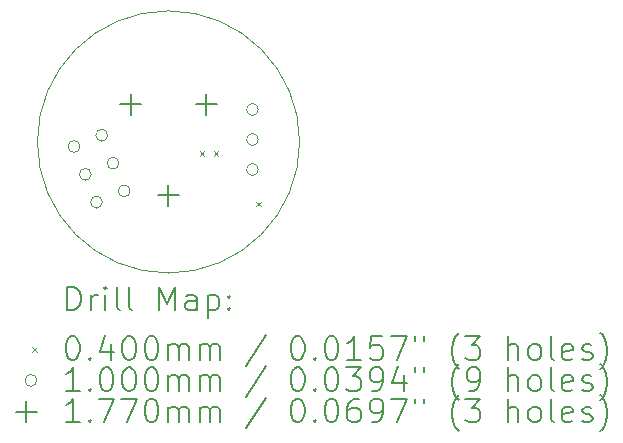
<source format=gbr>
%TF.GenerationSoftware,KiCad,Pcbnew,(6.0.8-1)-1*%
%TF.CreationDate,2024-01-05T14:00:35-06:00*%
%TF.ProjectId,Vishay 357 Pot Amplifier,56697368-6179-4203-9335-3720506f7420,rev?*%
%TF.SameCoordinates,Original*%
%TF.FileFunction,Drillmap*%
%TF.FilePolarity,Positive*%
%FSLAX45Y45*%
G04 Gerber Fmt 4.5, Leading zero omitted, Abs format (unit mm)*
G04 Created by KiCad (PCBNEW (6.0.8-1)-1) date 2024-01-05 14:00:35*
%MOMM*%
%LPD*%
G01*
G04 APERTURE LIST*
%ADD10C,0.100000*%
%ADD11C,0.200000*%
%ADD12C,0.040000*%
%ADD13C,0.177000*%
G04 APERTURE END LIST*
D10*
X15407660Y-10314940D02*
G75*
G03*
X15407660Y-10314940I-1110000J0D01*
G01*
D11*
D12*
X14562450Y-10390000D02*
X14602450Y-10430000D01*
X14602450Y-10390000D02*
X14562450Y-10430000D01*
X14680000Y-10390000D02*
X14720000Y-10430000D01*
X14720000Y-10390000D02*
X14680000Y-10430000D01*
X15040000Y-10820000D02*
X15080000Y-10860000D01*
X15080000Y-10820000D02*
X15040000Y-10860000D01*
D10*
X13547196Y-10353649D02*
G75*
G03*
X13547196Y-10353649I-50000J0D01*
G01*
X13642346Y-10589153D02*
G75*
G03*
X13642346Y-10589153I-50000J0D01*
G01*
X13737496Y-10824658D02*
G75*
G03*
X13737496Y-10824658I-50000J0D01*
G01*
X13782701Y-10258498D02*
G75*
G03*
X13782701Y-10258498I-50000J0D01*
G01*
X13877851Y-10494003D02*
G75*
G03*
X13877851Y-10494003I-50000J0D01*
G01*
X13973001Y-10729508D02*
G75*
G03*
X13973001Y-10729508I-50000J0D01*
G01*
X15058860Y-10040620D02*
G75*
G03*
X15058860Y-10040620I-50000J0D01*
G01*
X15058860Y-10294620D02*
G75*
G03*
X15058860Y-10294620I-50000J0D01*
G01*
X15058860Y-10548620D02*
G75*
G03*
X15058860Y-10548620I-50000J0D01*
G01*
D13*
X13979460Y-9908240D02*
X13979460Y-10085240D01*
X13890960Y-9996740D02*
X14067960Y-9996740D01*
X14297660Y-10676440D02*
X14297660Y-10853440D01*
X14209160Y-10764940D02*
X14386160Y-10764940D01*
X14615860Y-9908240D02*
X14615860Y-10085240D01*
X14527360Y-9996740D02*
X14704360Y-9996740D01*
D11*
X13440279Y-11740416D02*
X13440279Y-11540416D01*
X13487898Y-11540416D01*
X13516469Y-11549940D01*
X13535517Y-11568988D01*
X13545041Y-11588035D01*
X13554565Y-11626130D01*
X13554565Y-11654702D01*
X13545041Y-11692797D01*
X13535517Y-11711845D01*
X13516469Y-11730892D01*
X13487898Y-11740416D01*
X13440279Y-11740416D01*
X13640279Y-11740416D02*
X13640279Y-11607083D01*
X13640279Y-11645178D02*
X13649803Y-11626130D01*
X13659327Y-11616607D01*
X13678374Y-11607083D01*
X13697422Y-11607083D01*
X13764088Y-11740416D02*
X13764088Y-11607083D01*
X13764088Y-11540416D02*
X13754565Y-11549940D01*
X13764088Y-11559464D01*
X13773612Y-11549940D01*
X13764088Y-11540416D01*
X13764088Y-11559464D01*
X13887898Y-11740416D02*
X13868850Y-11730892D01*
X13859327Y-11711845D01*
X13859327Y-11540416D01*
X13992660Y-11740416D02*
X13973612Y-11730892D01*
X13964088Y-11711845D01*
X13964088Y-11540416D01*
X14221231Y-11740416D02*
X14221231Y-11540416D01*
X14287898Y-11683273D01*
X14354565Y-11540416D01*
X14354565Y-11740416D01*
X14535517Y-11740416D02*
X14535517Y-11635654D01*
X14525993Y-11616607D01*
X14506946Y-11607083D01*
X14468850Y-11607083D01*
X14449803Y-11616607D01*
X14535517Y-11730892D02*
X14516469Y-11740416D01*
X14468850Y-11740416D01*
X14449803Y-11730892D01*
X14440279Y-11711845D01*
X14440279Y-11692797D01*
X14449803Y-11673749D01*
X14468850Y-11664226D01*
X14516469Y-11664226D01*
X14535517Y-11654702D01*
X14630755Y-11607083D02*
X14630755Y-11807083D01*
X14630755Y-11616607D02*
X14649803Y-11607083D01*
X14687898Y-11607083D01*
X14706946Y-11616607D01*
X14716469Y-11626130D01*
X14725993Y-11645178D01*
X14725993Y-11702321D01*
X14716469Y-11721368D01*
X14706946Y-11730892D01*
X14687898Y-11740416D01*
X14649803Y-11740416D01*
X14630755Y-11730892D01*
X14811708Y-11721368D02*
X14821231Y-11730892D01*
X14811708Y-11740416D01*
X14802184Y-11730892D01*
X14811708Y-11721368D01*
X14811708Y-11740416D01*
X14811708Y-11616607D02*
X14821231Y-11626130D01*
X14811708Y-11635654D01*
X14802184Y-11626130D01*
X14811708Y-11616607D01*
X14811708Y-11635654D01*
D12*
X13142660Y-12049940D02*
X13182660Y-12089940D01*
X13182660Y-12049940D02*
X13142660Y-12089940D01*
D11*
X13478374Y-11960416D02*
X13497422Y-11960416D01*
X13516469Y-11969940D01*
X13525993Y-11979464D01*
X13535517Y-11998511D01*
X13545041Y-12036607D01*
X13545041Y-12084226D01*
X13535517Y-12122321D01*
X13525993Y-12141368D01*
X13516469Y-12150892D01*
X13497422Y-12160416D01*
X13478374Y-12160416D01*
X13459327Y-12150892D01*
X13449803Y-12141368D01*
X13440279Y-12122321D01*
X13430755Y-12084226D01*
X13430755Y-12036607D01*
X13440279Y-11998511D01*
X13449803Y-11979464D01*
X13459327Y-11969940D01*
X13478374Y-11960416D01*
X13630755Y-12141368D02*
X13640279Y-12150892D01*
X13630755Y-12160416D01*
X13621231Y-12150892D01*
X13630755Y-12141368D01*
X13630755Y-12160416D01*
X13811708Y-12027083D02*
X13811708Y-12160416D01*
X13764088Y-11950892D02*
X13716469Y-12093749D01*
X13840279Y-12093749D01*
X13954565Y-11960416D02*
X13973612Y-11960416D01*
X13992660Y-11969940D01*
X14002184Y-11979464D01*
X14011708Y-11998511D01*
X14021231Y-12036607D01*
X14021231Y-12084226D01*
X14011708Y-12122321D01*
X14002184Y-12141368D01*
X13992660Y-12150892D01*
X13973612Y-12160416D01*
X13954565Y-12160416D01*
X13935517Y-12150892D01*
X13925993Y-12141368D01*
X13916469Y-12122321D01*
X13906946Y-12084226D01*
X13906946Y-12036607D01*
X13916469Y-11998511D01*
X13925993Y-11979464D01*
X13935517Y-11969940D01*
X13954565Y-11960416D01*
X14145041Y-11960416D02*
X14164088Y-11960416D01*
X14183136Y-11969940D01*
X14192660Y-11979464D01*
X14202184Y-11998511D01*
X14211708Y-12036607D01*
X14211708Y-12084226D01*
X14202184Y-12122321D01*
X14192660Y-12141368D01*
X14183136Y-12150892D01*
X14164088Y-12160416D01*
X14145041Y-12160416D01*
X14125993Y-12150892D01*
X14116469Y-12141368D01*
X14106946Y-12122321D01*
X14097422Y-12084226D01*
X14097422Y-12036607D01*
X14106946Y-11998511D01*
X14116469Y-11979464D01*
X14125993Y-11969940D01*
X14145041Y-11960416D01*
X14297422Y-12160416D02*
X14297422Y-12027083D01*
X14297422Y-12046130D02*
X14306946Y-12036607D01*
X14325993Y-12027083D01*
X14354565Y-12027083D01*
X14373612Y-12036607D01*
X14383136Y-12055654D01*
X14383136Y-12160416D01*
X14383136Y-12055654D02*
X14392660Y-12036607D01*
X14411708Y-12027083D01*
X14440279Y-12027083D01*
X14459327Y-12036607D01*
X14468850Y-12055654D01*
X14468850Y-12160416D01*
X14564088Y-12160416D02*
X14564088Y-12027083D01*
X14564088Y-12046130D02*
X14573612Y-12036607D01*
X14592660Y-12027083D01*
X14621231Y-12027083D01*
X14640279Y-12036607D01*
X14649803Y-12055654D01*
X14649803Y-12160416D01*
X14649803Y-12055654D02*
X14659327Y-12036607D01*
X14678374Y-12027083D01*
X14706946Y-12027083D01*
X14725993Y-12036607D01*
X14735517Y-12055654D01*
X14735517Y-12160416D01*
X15125993Y-11950892D02*
X14954565Y-12208035D01*
X15383136Y-11960416D02*
X15402184Y-11960416D01*
X15421231Y-11969940D01*
X15430755Y-11979464D01*
X15440279Y-11998511D01*
X15449803Y-12036607D01*
X15449803Y-12084226D01*
X15440279Y-12122321D01*
X15430755Y-12141368D01*
X15421231Y-12150892D01*
X15402184Y-12160416D01*
X15383136Y-12160416D01*
X15364088Y-12150892D01*
X15354565Y-12141368D01*
X15345041Y-12122321D01*
X15335517Y-12084226D01*
X15335517Y-12036607D01*
X15345041Y-11998511D01*
X15354565Y-11979464D01*
X15364088Y-11969940D01*
X15383136Y-11960416D01*
X15535517Y-12141368D02*
X15545041Y-12150892D01*
X15535517Y-12160416D01*
X15525993Y-12150892D01*
X15535517Y-12141368D01*
X15535517Y-12160416D01*
X15668850Y-11960416D02*
X15687898Y-11960416D01*
X15706946Y-11969940D01*
X15716469Y-11979464D01*
X15725993Y-11998511D01*
X15735517Y-12036607D01*
X15735517Y-12084226D01*
X15725993Y-12122321D01*
X15716469Y-12141368D01*
X15706946Y-12150892D01*
X15687898Y-12160416D01*
X15668850Y-12160416D01*
X15649803Y-12150892D01*
X15640279Y-12141368D01*
X15630755Y-12122321D01*
X15621231Y-12084226D01*
X15621231Y-12036607D01*
X15630755Y-11998511D01*
X15640279Y-11979464D01*
X15649803Y-11969940D01*
X15668850Y-11960416D01*
X15925993Y-12160416D02*
X15811708Y-12160416D01*
X15868850Y-12160416D02*
X15868850Y-11960416D01*
X15849803Y-11988988D01*
X15830755Y-12008035D01*
X15811708Y-12017559D01*
X16106946Y-11960416D02*
X16011708Y-11960416D01*
X16002184Y-12055654D01*
X16011708Y-12046130D01*
X16030755Y-12036607D01*
X16078374Y-12036607D01*
X16097422Y-12046130D01*
X16106946Y-12055654D01*
X16116469Y-12074702D01*
X16116469Y-12122321D01*
X16106946Y-12141368D01*
X16097422Y-12150892D01*
X16078374Y-12160416D01*
X16030755Y-12160416D01*
X16011708Y-12150892D01*
X16002184Y-12141368D01*
X16183136Y-11960416D02*
X16316469Y-11960416D01*
X16230755Y-12160416D01*
X16383136Y-11960416D02*
X16383136Y-11998511D01*
X16459327Y-11960416D02*
X16459327Y-11998511D01*
X16754565Y-12236607D02*
X16745041Y-12227083D01*
X16725993Y-12198511D01*
X16716469Y-12179464D01*
X16706946Y-12150892D01*
X16697422Y-12103273D01*
X16697422Y-12065178D01*
X16706946Y-12017559D01*
X16716469Y-11988988D01*
X16725993Y-11969940D01*
X16745041Y-11941368D01*
X16754565Y-11931845D01*
X16811708Y-11960416D02*
X16935517Y-11960416D01*
X16868850Y-12036607D01*
X16897422Y-12036607D01*
X16916470Y-12046130D01*
X16925993Y-12055654D01*
X16935517Y-12074702D01*
X16935517Y-12122321D01*
X16925993Y-12141368D01*
X16916470Y-12150892D01*
X16897422Y-12160416D01*
X16840279Y-12160416D01*
X16821231Y-12150892D01*
X16811708Y-12141368D01*
X17173612Y-12160416D02*
X17173612Y-11960416D01*
X17259327Y-12160416D02*
X17259327Y-12055654D01*
X17249803Y-12036607D01*
X17230755Y-12027083D01*
X17202184Y-12027083D01*
X17183136Y-12036607D01*
X17173612Y-12046130D01*
X17383136Y-12160416D02*
X17364089Y-12150892D01*
X17354565Y-12141368D01*
X17345041Y-12122321D01*
X17345041Y-12065178D01*
X17354565Y-12046130D01*
X17364089Y-12036607D01*
X17383136Y-12027083D01*
X17411708Y-12027083D01*
X17430755Y-12036607D01*
X17440279Y-12046130D01*
X17449803Y-12065178D01*
X17449803Y-12122321D01*
X17440279Y-12141368D01*
X17430755Y-12150892D01*
X17411708Y-12160416D01*
X17383136Y-12160416D01*
X17564089Y-12160416D02*
X17545041Y-12150892D01*
X17535517Y-12131845D01*
X17535517Y-11960416D01*
X17716470Y-12150892D02*
X17697422Y-12160416D01*
X17659327Y-12160416D01*
X17640279Y-12150892D01*
X17630755Y-12131845D01*
X17630755Y-12055654D01*
X17640279Y-12036607D01*
X17659327Y-12027083D01*
X17697422Y-12027083D01*
X17716470Y-12036607D01*
X17725993Y-12055654D01*
X17725993Y-12074702D01*
X17630755Y-12093749D01*
X17802184Y-12150892D02*
X17821231Y-12160416D01*
X17859327Y-12160416D01*
X17878374Y-12150892D01*
X17887898Y-12131845D01*
X17887898Y-12122321D01*
X17878374Y-12103273D01*
X17859327Y-12093749D01*
X17830755Y-12093749D01*
X17811708Y-12084226D01*
X17802184Y-12065178D01*
X17802184Y-12055654D01*
X17811708Y-12036607D01*
X17830755Y-12027083D01*
X17859327Y-12027083D01*
X17878374Y-12036607D01*
X17954565Y-12236607D02*
X17964089Y-12227083D01*
X17983136Y-12198511D01*
X17992660Y-12179464D01*
X18002184Y-12150892D01*
X18011708Y-12103273D01*
X18011708Y-12065178D01*
X18002184Y-12017559D01*
X17992660Y-11988988D01*
X17983136Y-11969940D01*
X17964089Y-11941368D01*
X17954565Y-11931845D01*
D10*
X13182660Y-12333940D02*
G75*
G03*
X13182660Y-12333940I-50000J0D01*
G01*
D11*
X13545041Y-12424416D02*
X13430755Y-12424416D01*
X13487898Y-12424416D02*
X13487898Y-12224416D01*
X13468850Y-12252988D01*
X13449803Y-12272035D01*
X13430755Y-12281559D01*
X13630755Y-12405368D02*
X13640279Y-12414892D01*
X13630755Y-12424416D01*
X13621231Y-12414892D01*
X13630755Y-12405368D01*
X13630755Y-12424416D01*
X13764088Y-12224416D02*
X13783136Y-12224416D01*
X13802184Y-12233940D01*
X13811708Y-12243464D01*
X13821231Y-12262511D01*
X13830755Y-12300607D01*
X13830755Y-12348226D01*
X13821231Y-12386321D01*
X13811708Y-12405368D01*
X13802184Y-12414892D01*
X13783136Y-12424416D01*
X13764088Y-12424416D01*
X13745041Y-12414892D01*
X13735517Y-12405368D01*
X13725993Y-12386321D01*
X13716469Y-12348226D01*
X13716469Y-12300607D01*
X13725993Y-12262511D01*
X13735517Y-12243464D01*
X13745041Y-12233940D01*
X13764088Y-12224416D01*
X13954565Y-12224416D02*
X13973612Y-12224416D01*
X13992660Y-12233940D01*
X14002184Y-12243464D01*
X14011708Y-12262511D01*
X14021231Y-12300607D01*
X14021231Y-12348226D01*
X14011708Y-12386321D01*
X14002184Y-12405368D01*
X13992660Y-12414892D01*
X13973612Y-12424416D01*
X13954565Y-12424416D01*
X13935517Y-12414892D01*
X13925993Y-12405368D01*
X13916469Y-12386321D01*
X13906946Y-12348226D01*
X13906946Y-12300607D01*
X13916469Y-12262511D01*
X13925993Y-12243464D01*
X13935517Y-12233940D01*
X13954565Y-12224416D01*
X14145041Y-12224416D02*
X14164088Y-12224416D01*
X14183136Y-12233940D01*
X14192660Y-12243464D01*
X14202184Y-12262511D01*
X14211708Y-12300607D01*
X14211708Y-12348226D01*
X14202184Y-12386321D01*
X14192660Y-12405368D01*
X14183136Y-12414892D01*
X14164088Y-12424416D01*
X14145041Y-12424416D01*
X14125993Y-12414892D01*
X14116469Y-12405368D01*
X14106946Y-12386321D01*
X14097422Y-12348226D01*
X14097422Y-12300607D01*
X14106946Y-12262511D01*
X14116469Y-12243464D01*
X14125993Y-12233940D01*
X14145041Y-12224416D01*
X14297422Y-12424416D02*
X14297422Y-12291083D01*
X14297422Y-12310130D02*
X14306946Y-12300607D01*
X14325993Y-12291083D01*
X14354565Y-12291083D01*
X14373612Y-12300607D01*
X14383136Y-12319654D01*
X14383136Y-12424416D01*
X14383136Y-12319654D02*
X14392660Y-12300607D01*
X14411708Y-12291083D01*
X14440279Y-12291083D01*
X14459327Y-12300607D01*
X14468850Y-12319654D01*
X14468850Y-12424416D01*
X14564088Y-12424416D02*
X14564088Y-12291083D01*
X14564088Y-12310130D02*
X14573612Y-12300607D01*
X14592660Y-12291083D01*
X14621231Y-12291083D01*
X14640279Y-12300607D01*
X14649803Y-12319654D01*
X14649803Y-12424416D01*
X14649803Y-12319654D02*
X14659327Y-12300607D01*
X14678374Y-12291083D01*
X14706946Y-12291083D01*
X14725993Y-12300607D01*
X14735517Y-12319654D01*
X14735517Y-12424416D01*
X15125993Y-12214892D02*
X14954565Y-12472035D01*
X15383136Y-12224416D02*
X15402184Y-12224416D01*
X15421231Y-12233940D01*
X15430755Y-12243464D01*
X15440279Y-12262511D01*
X15449803Y-12300607D01*
X15449803Y-12348226D01*
X15440279Y-12386321D01*
X15430755Y-12405368D01*
X15421231Y-12414892D01*
X15402184Y-12424416D01*
X15383136Y-12424416D01*
X15364088Y-12414892D01*
X15354565Y-12405368D01*
X15345041Y-12386321D01*
X15335517Y-12348226D01*
X15335517Y-12300607D01*
X15345041Y-12262511D01*
X15354565Y-12243464D01*
X15364088Y-12233940D01*
X15383136Y-12224416D01*
X15535517Y-12405368D02*
X15545041Y-12414892D01*
X15535517Y-12424416D01*
X15525993Y-12414892D01*
X15535517Y-12405368D01*
X15535517Y-12424416D01*
X15668850Y-12224416D02*
X15687898Y-12224416D01*
X15706946Y-12233940D01*
X15716469Y-12243464D01*
X15725993Y-12262511D01*
X15735517Y-12300607D01*
X15735517Y-12348226D01*
X15725993Y-12386321D01*
X15716469Y-12405368D01*
X15706946Y-12414892D01*
X15687898Y-12424416D01*
X15668850Y-12424416D01*
X15649803Y-12414892D01*
X15640279Y-12405368D01*
X15630755Y-12386321D01*
X15621231Y-12348226D01*
X15621231Y-12300607D01*
X15630755Y-12262511D01*
X15640279Y-12243464D01*
X15649803Y-12233940D01*
X15668850Y-12224416D01*
X15802184Y-12224416D02*
X15925993Y-12224416D01*
X15859327Y-12300607D01*
X15887898Y-12300607D01*
X15906946Y-12310130D01*
X15916469Y-12319654D01*
X15925993Y-12338702D01*
X15925993Y-12386321D01*
X15916469Y-12405368D01*
X15906946Y-12414892D01*
X15887898Y-12424416D01*
X15830755Y-12424416D01*
X15811708Y-12414892D01*
X15802184Y-12405368D01*
X16021231Y-12424416D02*
X16059327Y-12424416D01*
X16078374Y-12414892D01*
X16087898Y-12405368D01*
X16106946Y-12376797D01*
X16116469Y-12338702D01*
X16116469Y-12262511D01*
X16106946Y-12243464D01*
X16097422Y-12233940D01*
X16078374Y-12224416D01*
X16040279Y-12224416D01*
X16021231Y-12233940D01*
X16011708Y-12243464D01*
X16002184Y-12262511D01*
X16002184Y-12310130D01*
X16011708Y-12329178D01*
X16021231Y-12338702D01*
X16040279Y-12348226D01*
X16078374Y-12348226D01*
X16097422Y-12338702D01*
X16106946Y-12329178D01*
X16116469Y-12310130D01*
X16287898Y-12291083D02*
X16287898Y-12424416D01*
X16240279Y-12214892D02*
X16192660Y-12357749D01*
X16316469Y-12357749D01*
X16383136Y-12224416D02*
X16383136Y-12262511D01*
X16459327Y-12224416D02*
X16459327Y-12262511D01*
X16754565Y-12500607D02*
X16745041Y-12491083D01*
X16725993Y-12462511D01*
X16716469Y-12443464D01*
X16706946Y-12414892D01*
X16697422Y-12367273D01*
X16697422Y-12329178D01*
X16706946Y-12281559D01*
X16716469Y-12252988D01*
X16725993Y-12233940D01*
X16745041Y-12205368D01*
X16754565Y-12195845D01*
X16840279Y-12424416D02*
X16878374Y-12424416D01*
X16897422Y-12414892D01*
X16906946Y-12405368D01*
X16925993Y-12376797D01*
X16935517Y-12338702D01*
X16935517Y-12262511D01*
X16925993Y-12243464D01*
X16916470Y-12233940D01*
X16897422Y-12224416D01*
X16859327Y-12224416D01*
X16840279Y-12233940D01*
X16830755Y-12243464D01*
X16821231Y-12262511D01*
X16821231Y-12310130D01*
X16830755Y-12329178D01*
X16840279Y-12338702D01*
X16859327Y-12348226D01*
X16897422Y-12348226D01*
X16916470Y-12338702D01*
X16925993Y-12329178D01*
X16935517Y-12310130D01*
X17173612Y-12424416D02*
X17173612Y-12224416D01*
X17259327Y-12424416D02*
X17259327Y-12319654D01*
X17249803Y-12300607D01*
X17230755Y-12291083D01*
X17202184Y-12291083D01*
X17183136Y-12300607D01*
X17173612Y-12310130D01*
X17383136Y-12424416D02*
X17364089Y-12414892D01*
X17354565Y-12405368D01*
X17345041Y-12386321D01*
X17345041Y-12329178D01*
X17354565Y-12310130D01*
X17364089Y-12300607D01*
X17383136Y-12291083D01*
X17411708Y-12291083D01*
X17430755Y-12300607D01*
X17440279Y-12310130D01*
X17449803Y-12329178D01*
X17449803Y-12386321D01*
X17440279Y-12405368D01*
X17430755Y-12414892D01*
X17411708Y-12424416D01*
X17383136Y-12424416D01*
X17564089Y-12424416D02*
X17545041Y-12414892D01*
X17535517Y-12395845D01*
X17535517Y-12224416D01*
X17716470Y-12414892D02*
X17697422Y-12424416D01*
X17659327Y-12424416D01*
X17640279Y-12414892D01*
X17630755Y-12395845D01*
X17630755Y-12319654D01*
X17640279Y-12300607D01*
X17659327Y-12291083D01*
X17697422Y-12291083D01*
X17716470Y-12300607D01*
X17725993Y-12319654D01*
X17725993Y-12338702D01*
X17630755Y-12357749D01*
X17802184Y-12414892D02*
X17821231Y-12424416D01*
X17859327Y-12424416D01*
X17878374Y-12414892D01*
X17887898Y-12395845D01*
X17887898Y-12386321D01*
X17878374Y-12367273D01*
X17859327Y-12357749D01*
X17830755Y-12357749D01*
X17811708Y-12348226D01*
X17802184Y-12329178D01*
X17802184Y-12319654D01*
X17811708Y-12300607D01*
X17830755Y-12291083D01*
X17859327Y-12291083D01*
X17878374Y-12300607D01*
X17954565Y-12500607D02*
X17964089Y-12491083D01*
X17983136Y-12462511D01*
X17992660Y-12443464D01*
X18002184Y-12414892D01*
X18011708Y-12367273D01*
X18011708Y-12329178D01*
X18002184Y-12281559D01*
X17992660Y-12252988D01*
X17983136Y-12233940D01*
X17964089Y-12205368D01*
X17954565Y-12195845D01*
D13*
X13094160Y-12509440D02*
X13094160Y-12686440D01*
X13005660Y-12597940D02*
X13182660Y-12597940D01*
D11*
X13545041Y-12688416D02*
X13430755Y-12688416D01*
X13487898Y-12688416D02*
X13487898Y-12488416D01*
X13468850Y-12516988D01*
X13449803Y-12536035D01*
X13430755Y-12545559D01*
X13630755Y-12669368D02*
X13640279Y-12678892D01*
X13630755Y-12688416D01*
X13621231Y-12678892D01*
X13630755Y-12669368D01*
X13630755Y-12688416D01*
X13706946Y-12488416D02*
X13840279Y-12488416D01*
X13754565Y-12688416D01*
X13897422Y-12488416D02*
X14030755Y-12488416D01*
X13945041Y-12688416D01*
X14145041Y-12488416D02*
X14164088Y-12488416D01*
X14183136Y-12497940D01*
X14192660Y-12507464D01*
X14202184Y-12526511D01*
X14211708Y-12564607D01*
X14211708Y-12612226D01*
X14202184Y-12650321D01*
X14192660Y-12669368D01*
X14183136Y-12678892D01*
X14164088Y-12688416D01*
X14145041Y-12688416D01*
X14125993Y-12678892D01*
X14116469Y-12669368D01*
X14106946Y-12650321D01*
X14097422Y-12612226D01*
X14097422Y-12564607D01*
X14106946Y-12526511D01*
X14116469Y-12507464D01*
X14125993Y-12497940D01*
X14145041Y-12488416D01*
X14297422Y-12688416D02*
X14297422Y-12555083D01*
X14297422Y-12574130D02*
X14306946Y-12564607D01*
X14325993Y-12555083D01*
X14354565Y-12555083D01*
X14373612Y-12564607D01*
X14383136Y-12583654D01*
X14383136Y-12688416D01*
X14383136Y-12583654D02*
X14392660Y-12564607D01*
X14411708Y-12555083D01*
X14440279Y-12555083D01*
X14459327Y-12564607D01*
X14468850Y-12583654D01*
X14468850Y-12688416D01*
X14564088Y-12688416D02*
X14564088Y-12555083D01*
X14564088Y-12574130D02*
X14573612Y-12564607D01*
X14592660Y-12555083D01*
X14621231Y-12555083D01*
X14640279Y-12564607D01*
X14649803Y-12583654D01*
X14649803Y-12688416D01*
X14649803Y-12583654D02*
X14659327Y-12564607D01*
X14678374Y-12555083D01*
X14706946Y-12555083D01*
X14725993Y-12564607D01*
X14735517Y-12583654D01*
X14735517Y-12688416D01*
X15125993Y-12478892D02*
X14954565Y-12736035D01*
X15383136Y-12488416D02*
X15402184Y-12488416D01*
X15421231Y-12497940D01*
X15430755Y-12507464D01*
X15440279Y-12526511D01*
X15449803Y-12564607D01*
X15449803Y-12612226D01*
X15440279Y-12650321D01*
X15430755Y-12669368D01*
X15421231Y-12678892D01*
X15402184Y-12688416D01*
X15383136Y-12688416D01*
X15364088Y-12678892D01*
X15354565Y-12669368D01*
X15345041Y-12650321D01*
X15335517Y-12612226D01*
X15335517Y-12564607D01*
X15345041Y-12526511D01*
X15354565Y-12507464D01*
X15364088Y-12497940D01*
X15383136Y-12488416D01*
X15535517Y-12669368D02*
X15545041Y-12678892D01*
X15535517Y-12688416D01*
X15525993Y-12678892D01*
X15535517Y-12669368D01*
X15535517Y-12688416D01*
X15668850Y-12488416D02*
X15687898Y-12488416D01*
X15706946Y-12497940D01*
X15716469Y-12507464D01*
X15725993Y-12526511D01*
X15735517Y-12564607D01*
X15735517Y-12612226D01*
X15725993Y-12650321D01*
X15716469Y-12669368D01*
X15706946Y-12678892D01*
X15687898Y-12688416D01*
X15668850Y-12688416D01*
X15649803Y-12678892D01*
X15640279Y-12669368D01*
X15630755Y-12650321D01*
X15621231Y-12612226D01*
X15621231Y-12564607D01*
X15630755Y-12526511D01*
X15640279Y-12507464D01*
X15649803Y-12497940D01*
X15668850Y-12488416D01*
X15906946Y-12488416D02*
X15868850Y-12488416D01*
X15849803Y-12497940D01*
X15840279Y-12507464D01*
X15821231Y-12536035D01*
X15811708Y-12574130D01*
X15811708Y-12650321D01*
X15821231Y-12669368D01*
X15830755Y-12678892D01*
X15849803Y-12688416D01*
X15887898Y-12688416D01*
X15906946Y-12678892D01*
X15916469Y-12669368D01*
X15925993Y-12650321D01*
X15925993Y-12602702D01*
X15916469Y-12583654D01*
X15906946Y-12574130D01*
X15887898Y-12564607D01*
X15849803Y-12564607D01*
X15830755Y-12574130D01*
X15821231Y-12583654D01*
X15811708Y-12602702D01*
X16021231Y-12688416D02*
X16059327Y-12688416D01*
X16078374Y-12678892D01*
X16087898Y-12669368D01*
X16106946Y-12640797D01*
X16116469Y-12602702D01*
X16116469Y-12526511D01*
X16106946Y-12507464D01*
X16097422Y-12497940D01*
X16078374Y-12488416D01*
X16040279Y-12488416D01*
X16021231Y-12497940D01*
X16011708Y-12507464D01*
X16002184Y-12526511D01*
X16002184Y-12574130D01*
X16011708Y-12593178D01*
X16021231Y-12602702D01*
X16040279Y-12612226D01*
X16078374Y-12612226D01*
X16097422Y-12602702D01*
X16106946Y-12593178D01*
X16116469Y-12574130D01*
X16183136Y-12488416D02*
X16316469Y-12488416D01*
X16230755Y-12688416D01*
X16383136Y-12488416D02*
X16383136Y-12526511D01*
X16459327Y-12488416D02*
X16459327Y-12526511D01*
X16754565Y-12764607D02*
X16745041Y-12755083D01*
X16725993Y-12726511D01*
X16716469Y-12707464D01*
X16706946Y-12678892D01*
X16697422Y-12631273D01*
X16697422Y-12593178D01*
X16706946Y-12545559D01*
X16716469Y-12516988D01*
X16725993Y-12497940D01*
X16745041Y-12469368D01*
X16754565Y-12459845D01*
X16811708Y-12488416D02*
X16935517Y-12488416D01*
X16868850Y-12564607D01*
X16897422Y-12564607D01*
X16916470Y-12574130D01*
X16925993Y-12583654D01*
X16935517Y-12602702D01*
X16935517Y-12650321D01*
X16925993Y-12669368D01*
X16916470Y-12678892D01*
X16897422Y-12688416D01*
X16840279Y-12688416D01*
X16821231Y-12678892D01*
X16811708Y-12669368D01*
X17173612Y-12688416D02*
X17173612Y-12488416D01*
X17259327Y-12688416D02*
X17259327Y-12583654D01*
X17249803Y-12564607D01*
X17230755Y-12555083D01*
X17202184Y-12555083D01*
X17183136Y-12564607D01*
X17173612Y-12574130D01*
X17383136Y-12688416D02*
X17364089Y-12678892D01*
X17354565Y-12669368D01*
X17345041Y-12650321D01*
X17345041Y-12593178D01*
X17354565Y-12574130D01*
X17364089Y-12564607D01*
X17383136Y-12555083D01*
X17411708Y-12555083D01*
X17430755Y-12564607D01*
X17440279Y-12574130D01*
X17449803Y-12593178D01*
X17449803Y-12650321D01*
X17440279Y-12669368D01*
X17430755Y-12678892D01*
X17411708Y-12688416D01*
X17383136Y-12688416D01*
X17564089Y-12688416D02*
X17545041Y-12678892D01*
X17535517Y-12659845D01*
X17535517Y-12488416D01*
X17716470Y-12678892D02*
X17697422Y-12688416D01*
X17659327Y-12688416D01*
X17640279Y-12678892D01*
X17630755Y-12659845D01*
X17630755Y-12583654D01*
X17640279Y-12564607D01*
X17659327Y-12555083D01*
X17697422Y-12555083D01*
X17716470Y-12564607D01*
X17725993Y-12583654D01*
X17725993Y-12602702D01*
X17630755Y-12621749D01*
X17802184Y-12678892D02*
X17821231Y-12688416D01*
X17859327Y-12688416D01*
X17878374Y-12678892D01*
X17887898Y-12659845D01*
X17887898Y-12650321D01*
X17878374Y-12631273D01*
X17859327Y-12621749D01*
X17830755Y-12621749D01*
X17811708Y-12612226D01*
X17802184Y-12593178D01*
X17802184Y-12583654D01*
X17811708Y-12564607D01*
X17830755Y-12555083D01*
X17859327Y-12555083D01*
X17878374Y-12564607D01*
X17954565Y-12764607D02*
X17964089Y-12755083D01*
X17983136Y-12726511D01*
X17992660Y-12707464D01*
X18002184Y-12678892D01*
X18011708Y-12631273D01*
X18011708Y-12593178D01*
X18002184Y-12545559D01*
X17992660Y-12516988D01*
X17983136Y-12497940D01*
X17964089Y-12469368D01*
X17954565Y-12459845D01*
M02*

</source>
